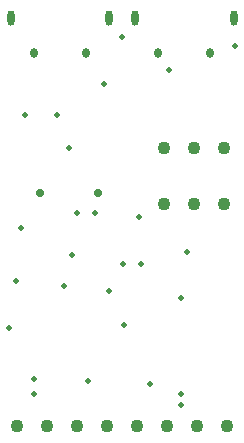
<source format=gbr>
%TF.GenerationSoftware,Altium Limited,Altium Designer,20.2.6 (244)*%
G04 Layer_Color=0*
%FSLAX26Y26*%
%MOIN*%
%TF.SameCoordinates,2EAD6035-BE33-4F7B-B0E7-EE8266E33042*%
%TF.FilePolarity,Positive*%
%TF.FileFunction,Plated,1,2,PTH,Drill*%
%TF.Part,Single*%
G01*
G75*
%TA.AperFunction,ComponentDrill*%
%ADD55C,0.043307*%
%ADD56C,0.027559*%
%ADD57O,0.025591X0.033465*%
%ADD58O,0.023622X0.051181*%
%TA.AperFunction,ViaDrill,NotFilled*%
%ADD59C,0.019685*%
D55*
X783071Y78740D02*
D03*
X683071D02*
D03*
X483071D02*
D03*
X283071D02*
D03*
X83071D02*
D03*
X183071D02*
D03*
X383071D02*
D03*
X583071D02*
D03*
X573976Y816929D02*
D03*
X673976D02*
D03*
X773976D02*
D03*
X573976Y1003937D02*
D03*
X673976D02*
D03*
X773976D02*
D03*
D56*
X159213Y856299D02*
D03*
X351339D02*
D03*
D57*
X727362Y1320866D02*
D03*
X552165D02*
D03*
X313976D02*
D03*
X138780D02*
D03*
D58*
X475394Y1438976D02*
D03*
X804134D02*
D03*
X390748D02*
D03*
X62008D02*
D03*
D59*
X438504Y414882D02*
D03*
X95000Y740000D02*
D03*
X525000Y220000D02*
D03*
X320000Y230000D02*
D03*
X630000Y185000D02*
D03*
Y505000D02*
D03*
X650000Y660000D02*
D03*
X630000Y150000D02*
D03*
X80000Y560827D02*
D03*
X240000Y545000D02*
D03*
X265000Y650000D02*
D03*
X433071Y1375000D02*
D03*
X588582Y1265748D02*
D03*
X55000Y405000D02*
D03*
X140000Y185000D02*
D03*
X490000Y775000D02*
D03*
X390000Y530000D02*
D03*
X255276Y1003937D02*
D03*
X216535Y1114927D02*
D03*
X108268D02*
D03*
X343504Y787402D02*
D03*
X283504D02*
D03*
X140000Y235000D02*
D03*
X495000Y620079D02*
D03*
X435000D02*
D03*
X374016Y1218410D02*
D03*
X810000Y1345000D02*
D03*
%TF.MD5,0e4761350512e28a38471aa549501f6d*%
M02*

</source>
